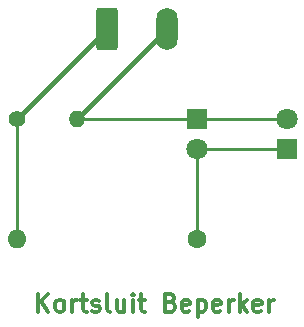
<source format=gbr>
%TF.GenerationSoftware,KiCad,Pcbnew,7.0.10*%
%TF.CreationDate,2024-04-09T17:15:05+02:00*%
%TF.ProjectId,KortsluitingBeperker,4b6f7274-736c-4756-9974-696e67426570,rev?*%
%TF.SameCoordinates,Original*%
%TF.FileFunction,Copper,L1,Top*%
%TF.FilePolarity,Positive*%
%FSLAX46Y46*%
G04 Gerber Fmt 4.6, Leading zero omitted, Abs format (unit mm)*
G04 Created by KiCad (PCBNEW 7.0.10) date 2024-04-09 17:15:05*
%MOMM*%
%LPD*%
G01*
G04 APERTURE LIST*
G04 Aperture macros list*
%AMRoundRect*
0 Rectangle with rounded corners*
0 $1 Rounding radius*
0 $2 $3 $4 $5 $6 $7 $8 $9 X,Y pos of 4 corners*
0 Add a 4 corners polygon primitive as box body*
4,1,4,$2,$3,$4,$5,$6,$7,$8,$9,$2,$3,0*
0 Add four circle primitives for the rounded corners*
1,1,$1+$1,$2,$3*
1,1,$1+$1,$4,$5*
1,1,$1+$1,$6,$7*
1,1,$1+$1,$8,$9*
0 Add four rect primitives between the rounded corners*
20,1,$1+$1,$2,$3,$4,$5,0*
20,1,$1+$1,$4,$5,$6,$7,0*
20,1,$1+$1,$6,$7,$8,$9,0*
20,1,$1+$1,$8,$9,$2,$3,0*%
G04 Aperture macros list end*
%ADD10C,0.300000*%
%TA.AperFunction,NonConductor*%
%ADD11C,0.300000*%
%TD*%
%TA.AperFunction,ComponentPad*%
%ADD12RoundRect,0.250000X-0.650000X-1.550000X0.650000X-1.550000X0.650000X1.550000X-0.650000X1.550000X0*%
%TD*%
%TA.AperFunction,ComponentPad*%
%ADD13O,1.800000X3.600000*%
%TD*%
%TA.AperFunction,ComponentPad*%
%ADD14R,1.800000X1.800000*%
%TD*%
%TA.AperFunction,ComponentPad*%
%ADD15C,1.800000*%
%TD*%
%TA.AperFunction,ComponentPad*%
%ADD16C,1.600000*%
%TD*%
%TA.AperFunction,ComponentPad*%
%ADD17O,1.600000X1.600000*%
%TD*%
%TA.AperFunction,ComponentPad*%
%ADD18C,1.400000*%
%TD*%
%TA.AperFunction,ComponentPad*%
%ADD19O,1.400000X1.400000*%
%TD*%
%TA.AperFunction,Conductor*%
%ADD20C,0.250000*%
%TD*%
%TA.AperFunction,Conductor*%
%ADD21C,0.400000*%
%TD*%
G04 APERTURE END LIST*
D10*
D11*
X23414510Y-45520828D02*
X23414510Y-44020828D01*
X24271653Y-45520828D02*
X23628796Y-44663685D01*
X24271653Y-44020828D02*
X23414510Y-44877971D01*
X25128796Y-45520828D02*
X24985939Y-45449400D01*
X24985939Y-45449400D02*
X24914510Y-45377971D01*
X24914510Y-45377971D02*
X24843082Y-45235114D01*
X24843082Y-45235114D02*
X24843082Y-44806542D01*
X24843082Y-44806542D02*
X24914510Y-44663685D01*
X24914510Y-44663685D02*
X24985939Y-44592257D01*
X24985939Y-44592257D02*
X25128796Y-44520828D01*
X25128796Y-44520828D02*
X25343082Y-44520828D01*
X25343082Y-44520828D02*
X25485939Y-44592257D01*
X25485939Y-44592257D02*
X25557368Y-44663685D01*
X25557368Y-44663685D02*
X25628796Y-44806542D01*
X25628796Y-44806542D02*
X25628796Y-45235114D01*
X25628796Y-45235114D02*
X25557368Y-45377971D01*
X25557368Y-45377971D02*
X25485939Y-45449400D01*
X25485939Y-45449400D02*
X25343082Y-45520828D01*
X25343082Y-45520828D02*
X25128796Y-45520828D01*
X26271653Y-45520828D02*
X26271653Y-44520828D01*
X26271653Y-44806542D02*
X26343082Y-44663685D01*
X26343082Y-44663685D02*
X26414511Y-44592257D01*
X26414511Y-44592257D02*
X26557368Y-44520828D01*
X26557368Y-44520828D02*
X26700225Y-44520828D01*
X26985939Y-44520828D02*
X27557367Y-44520828D01*
X27200224Y-44020828D02*
X27200224Y-45306542D01*
X27200224Y-45306542D02*
X27271653Y-45449400D01*
X27271653Y-45449400D02*
X27414510Y-45520828D01*
X27414510Y-45520828D02*
X27557367Y-45520828D01*
X27985939Y-45449400D02*
X28128796Y-45520828D01*
X28128796Y-45520828D02*
X28414510Y-45520828D01*
X28414510Y-45520828D02*
X28557367Y-45449400D01*
X28557367Y-45449400D02*
X28628796Y-45306542D01*
X28628796Y-45306542D02*
X28628796Y-45235114D01*
X28628796Y-45235114D02*
X28557367Y-45092257D01*
X28557367Y-45092257D02*
X28414510Y-45020828D01*
X28414510Y-45020828D02*
X28200225Y-45020828D01*
X28200225Y-45020828D02*
X28057367Y-44949400D01*
X28057367Y-44949400D02*
X27985939Y-44806542D01*
X27985939Y-44806542D02*
X27985939Y-44735114D01*
X27985939Y-44735114D02*
X28057367Y-44592257D01*
X28057367Y-44592257D02*
X28200225Y-44520828D01*
X28200225Y-44520828D02*
X28414510Y-44520828D01*
X28414510Y-44520828D02*
X28557367Y-44592257D01*
X29485939Y-45520828D02*
X29343082Y-45449400D01*
X29343082Y-45449400D02*
X29271653Y-45306542D01*
X29271653Y-45306542D02*
X29271653Y-44020828D01*
X30700225Y-44520828D02*
X30700225Y-45520828D01*
X30057367Y-44520828D02*
X30057367Y-45306542D01*
X30057367Y-45306542D02*
X30128796Y-45449400D01*
X30128796Y-45449400D02*
X30271653Y-45520828D01*
X30271653Y-45520828D02*
X30485939Y-45520828D01*
X30485939Y-45520828D02*
X30628796Y-45449400D01*
X30628796Y-45449400D02*
X30700225Y-45377971D01*
X31414510Y-45520828D02*
X31414510Y-44520828D01*
X31414510Y-44020828D02*
X31343082Y-44092257D01*
X31343082Y-44092257D02*
X31414510Y-44163685D01*
X31414510Y-44163685D02*
X31485939Y-44092257D01*
X31485939Y-44092257D02*
X31414510Y-44020828D01*
X31414510Y-44020828D02*
X31414510Y-44163685D01*
X31914511Y-44520828D02*
X32485939Y-44520828D01*
X32128796Y-44020828D02*
X32128796Y-45306542D01*
X32128796Y-45306542D02*
X32200225Y-45449400D01*
X32200225Y-45449400D02*
X32343082Y-45520828D01*
X32343082Y-45520828D02*
X32485939Y-45520828D01*
X34628796Y-44735114D02*
X34843082Y-44806542D01*
X34843082Y-44806542D02*
X34914511Y-44877971D01*
X34914511Y-44877971D02*
X34985939Y-45020828D01*
X34985939Y-45020828D02*
X34985939Y-45235114D01*
X34985939Y-45235114D02*
X34914511Y-45377971D01*
X34914511Y-45377971D02*
X34843082Y-45449400D01*
X34843082Y-45449400D02*
X34700225Y-45520828D01*
X34700225Y-45520828D02*
X34128796Y-45520828D01*
X34128796Y-45520828D02*
X34128796Y-44020828D01*
X34128796Y-44020828D02*
X34628796Y-44020828D01*
X34628796Y-44020828D02*
X34771654Y-44092257D01*
X34771654Y-44092257D02*
X34843082Y-44163685D01*
X34843082Y-44163685D02*
X34914511Y-44306542D01*
X34914511Y-44306542D02*
X34914511Y-44449400D01*
X34914511Y-44449400D02*
X34843082Y-44592257D01*
X34843082Y-44592257D02*
X34771654Y-44663685D01*
X34771654Y-44663685D02*
X34628796Y-44735114D01*
X34628796Y-44735114D02*
X34128796Y-44735114D01*
X36200225Y-45449400D02*
X36057368Y-45520828D01*
X36057368Y-45520828D02*
X35771654Y-45520828D01*
X35771654Y-45520828D02*
X35628796Y-45449400D01*
X35628796Y-45449400D02*
X35557368Y-45306542D01*
X35557368Y-45306542D02*
X35557368Y-44735114D01*
X35557368Y-44735114D02*
X35628796Y-44592257D01*
X35628796Y-44592257D02*
X35771654Y-44520828D01*
X35771654Y-44520828D02*
X36057368Y-44520828D01*
X36057368Y-44520828D02*
X36200225Y-44592257D01*
X36200225Y-44592257D02*
X36271654Y-44735114D01*
X36271654Y-44735114D02*
X36271654Y-44877971D01*
X36271654Y-44877971D02*
X35557368Y-45020828D01*
X36914510Y-44520828D02*
X36914510Y-46020828D01*
X36914510Y-44592257D02*
X37057368Y-44520828D01*
X37057368Y-44520828D02*
X37343082Y-44520828D01*
X37343082Y-44520828D02*
X37485939Y-44592257D01*
X37485939Y-44592257D02*
X37557368Y-44663685D01*
X37557368Y-44663685D02*
X37628796Y-44806542D01*
X37628796Y-44806542D02*
X37628796Y-45235114D01*
X37628796Y-45235114D02*
X37557368Y-45377971D01*
X37557368Y-45377971D02*
X37485939Y-45449400D01*
X37485939Y-45449400D02*
X37343082Y-45520828D01*
X37343082Y-45520828D02*
X37057368Y-45520828D01*
X37057368Y-45520828D02*
X36914510Y-45449400D01*
X38843082Y-45449400D02*
X38700225Y-45520828D01*
X38700225Y-45520828D02*
X38414511Y-45520828D01*
X38414511Y-45520828D02*
X38271653Y-45449400D01*
X38271653Y-45449400D02*
X38200225Y-45306542D01*
X38200225Y-45306542D02*
X38200225Y-44735114D01*
X38200225Y-44735114D02*
X38271653Y-44592257D01*
X38271653Y-44592257D02*
X38414511Y-44520828D01*
X38414511Y-44520828D02*
X38700225Y-44520828D01*
X38700225Y-44520828D02*
X38843082Y-44592257D01*
X38843082Y-44592257D02*
X38914511Y-44735114D01*
X38914511Y-44735114D02*
X38914511Y-44877971D01*
X38914511Y-44877971D02*
X38200225Y-45020828D01*
X39557367Y-45520828D02*
X39557367Y-44520828D01*
X39557367Y-44806542D02*
X39628796Y-44663685D01*
X39628796Y-44663685D02*
X39700225Y-44592257D01*
X39700225Y-44592257D02*
X39843082Y-44520828D01*
X39843082Y-44520828D02*
X39985939Y-44520828D01*
X40485938Y-45520828D02*
X40485938Y-44020828D01*
X40628796Y-44949400D02*
X41057367Y-45520828D01*
X41057367Y-44520828D02*
X40485938Y-45092257D01*
X42271653Y-45449400D02*
X42128796Y-45520828D01*
X42128796Y-45520828D02*
X41843082Y-45520828D01*
X41843082Y-45520828D02*
X41700224Y-45449400D01*
X41700224Y-45449400D02*
X41628796Y-45306542D01*
X41628796Y-45306542D02*
X41628796Y-44735114D01*
X41628796Y-44735114D02*
X41700224Y-44592257D01*
X41700224Y-44592257D02*
X41843082Y-44520828D01*
X41843082Y-44520828D02*
X42128796Y-44520828D01*
X42128796Y-44520828D02*
X42271653Y-44592257D01*
X42271653Y-44592257D02*
X42343082Y-44735114D01*
X42343082Y-44735114D02*
X42343082Y-44877971D01*
X42343082Y-44877971D02*
X41628796Y-45020828D01*
X42985938Y-45520828D02*
X42985938Y-44520828D01*
X42985938Y-44806542D02*
X43057367Y-44663685D01*
X43057367Y-44663685D02*
X43128796Y-44592257D01*
X43128796Y-44592257D02*
X43271653Y-44520828D01*
X43271653Y-44520828D02*
X43414510Y-44520828D01*
D12*
%TO.P,J1,1,Pin_1*%
%TO.N,Net-(J1-Pin_1)*%
X29210000Y-21590000D03*
D13*
%TO.P,J1,2,Pin_2*%
%TO.N,Net-(D1-A)*%
X34290000Y-21590000D03*
%TD*%
D14*
%TO.P,D2,1,K*%
%TO.N,Net-(D1-A)*%
X36830000Y-29210000D03*
D15*
%TO.P,D2,2,A*%
%TO.N,Net-(D1-K)*%
X36830000Y-31750000D03*
%TD*%
D14*
%TO.P,D1,1,K*%
%TO.N,Net-(D1-K)*%
X44450000Y-31750000D03*
D15*
%TO.P,D1,2,A*%
%TO.N,Net-(D1-A)*%
X44450000Y-29210000D03*
%TD*%
D16*
%TO.P,R1,1*%
%TO.N,Net-(D1-K)*%
X36830000Y-39370000D03*
D17*
%TO.P,R1,2*%
%TO.N,Net-(J1-Pin_1)*%
X21590000Y-39370000D03*
%TD*%
D18*
%TO.P,TH1,1*%
%TO.N,Net-(J1-Pin_1)*%
X21590000Y-29210000D03*
D19*
%TO.P,TH1,2*%
%TO.N,Net-(D1-A)*%
X26670000Y-29210000D03*
%TD*%
D20*
%TO.N,Net-(D1-K)*%
X36830000Y-31750000D02*
X36830000Y-39370000D01*
X44450000Y-31750000D02*
X36830000Y-31750000D01*
%TO.N,Net-(D1-A)*%
X36830000Y-29210000D02*
X44450000Y-29210000D01*
X29210000Y-29210000D02*
X26670000Y-29210000D01*
X26670000Y-29210000D02*
X36830000Y-29210000D01*
D21*
X26670000Y-29210000D02*
X34290000Y-21590000D01*
D20*
%TO.N,Net-(J1-Pin_1)*%
X21590000Y-29210000D02*
X21590000Y-39370000D01*
D21*
X29210000Y-21590000D02*
X21590000Y-29210000D01*
%TD*%
M02*

</source>
